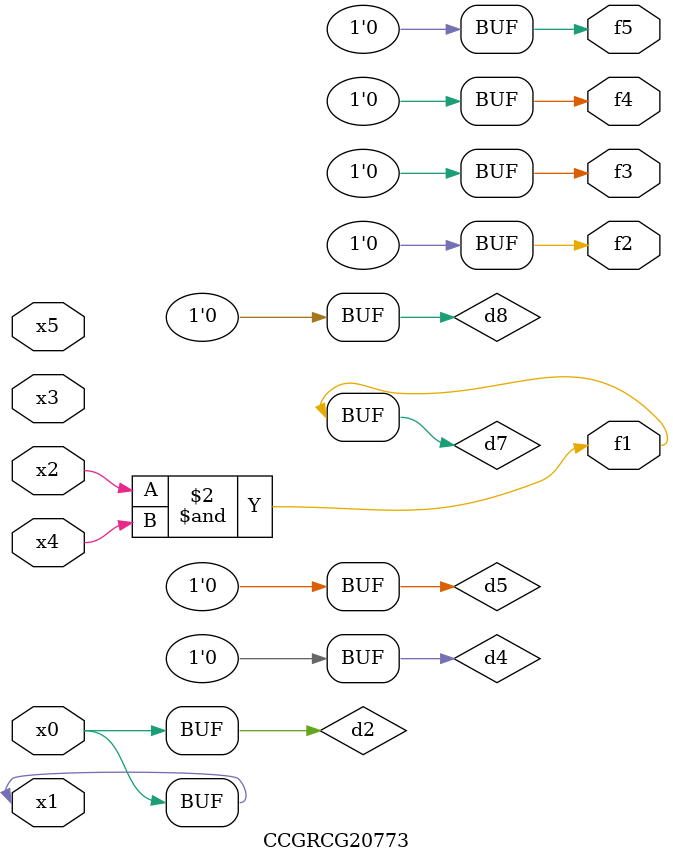
<source format=v>
module CCGRCG20773(
	input x0, x1, x2, x3, x4, x5,
	output f1, f2, f3, f4, f5
);

	wire d1, d2, d3, d4, d5, d6, d7, d8, d9;

	nand (d1, x1);
	buf (d2, x0, x1);
	nand (d3, x2, x4);
	and (d4, d1, d2);
	and (d5, d1, d2);
	nand (d6, d1, d3);
	not (d7, d3);
	xor (d8, d5);
	nor (d9, d5, d6);
	assign f1 = d7;
	assign f2 = d8;
	assign f3 = d8;
	assign f4 = d8;
	assign f5 = d8;
endmodule

</source>
